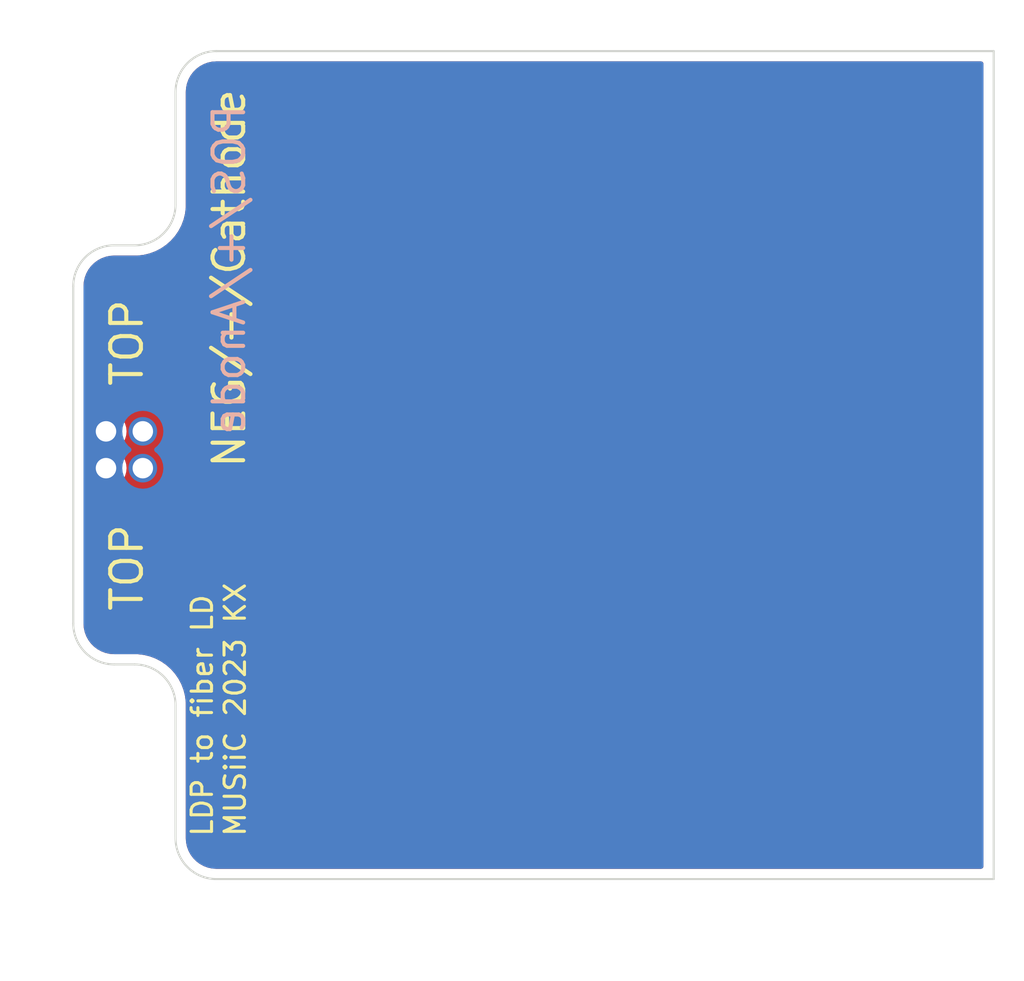
<source format=kicad_pcb>
(kicad_pcb (version 20221018) (generator pcbnew)
  (layers (0 "F.Cu" signal) (31 "B.Cu" signal) (34 "B.Paste" user) (35 "F.Paste" user) (36 "B.SilkS" user "B.Silkscreen") (37 "F.SilkS" user "F.Silkscreen") (38 "B.Mask" user) (39 "F.Mask" user) (44 "Edge.Cuts" user))
  (net 0 "")
  (net 1 "/+")
  (net 2 "/-")
  (footprint "1_laser:ldp" (layer "F.Cu") (at 114 88)
    (fp_text reference "J1" hide)
    (fp_text value "~")
    (pad "+" thru_hole circle (at -0.9 -0.9) (size 1.4 1.4) (drill 1) (layers "*.Cu" "*.Mask") (net 1 "/+"))
    (pad "+" thru_hole circle (at -0.9 0.9) (size 1.4 1.4) (drill 1) (layers "*.Cu" "*.Mask") (net 1 "/+"))
    (pad "-" thru_hole circle (at 0.9 -0.9) (size 1.4 1.4) (drill 1) (layers "*.Cu" "*.Mask") (net 2 "/-"))
    (pad "-" thru_hole circle (at 0.9 0.9) (size 1.4 1.4) (drill 1) (layers "*.Cu" "*.Mask") (net 2 "/-"))
  )
  (gr_line (start 114.5 78) (end 113.5 78) (stroke (width 0.1)) (layer "Edge.Cuts"))
  (gr_arc (start 114.5 98.5) (mid 115.914214 99.085786) (end 116.5 100.5) (stroke (width 0.1)) (layer "Edge.Cuts"))
  (gr_arc (start 111.5 80) (mid 112.085786 78.585786) (end 113.5 78) (stroke (width 0.1)) (layer "Edge.Cuts"))
  (gr_line (start 116.5 100.5) (end 116.5 107) (stroke (width 0.1)) (layer "Edge.Cuts"))
  (gr_arc (start 116.5 70.5) (mid 117.085786 69.085786) (end 118.5 68.5) (stroke (width 0.1)) (layer "Edge.Cuts"))
  (gr_line (start 156.5 68.5) (end 118.5 68.5) (stroke (width 0.1)) (layer "Edge.Cuts"))
  (gr_arc (start 116.5 76) (mid 115.914214 77.414214) (end 114.5 78) (stroke (width 0.1)) (layer "Edge.Cuts"))
  (gr_line (start 156.5 109) (end 156.5 68.5) (stroke (width 0.1)) (layer "Edge.Cuts"))
  (gr_line (start 111.5 80) (end 111.5 96.5) (stroke (width 0.1)) (layer "Edge.Cuts"))
  (gr_line (start 118.5 109) (end 156.5 109) (stroke (width 0.1)) (layer "Edge.Cuts"))
  (gr_arc (start 113.5 98.5) (mid 112.085786 97.914214) (end 111.5 96.5) (stroke (width 0.1)) (layer "Edge.Cuts"))
  (gr_line (start 116.5 70.5) (end 116.5 76) (stroke (width 0.1)) (layer "Edge.Cuts"))
  (gr_arc (start 118.5 109) (mid 117.085786 108.414214) (end 116.5 107) (stroke (width 0.1)) (layer "Edge.Cuts"))
  (gr_line (start 113.5 98.5) (end 114.5 98.5) (stroke (width 0.1)) (layer "Edge.Cuts"))
  (gr_text "POS/+/Anode" (at 120 71 90) (layer "B.SilkS") (effects (font (size 1.5 1.5) (thickness 0.2)) (justify left bottom mirror)))
  (gr_text "NEG/-/Cathode" (at 120 89 90) (layer "F.SilkS") (effects (font (size 1.5 1.5) (thickness 0.2)) (justify left bottom)))
  (gr_text "TOP" (at 115 96 90) (layer "F.SilkS") (effects (font (size 1.5 1.5) (thickness 0.2)) (justify left bottom)))
  (gr_text "TOP" (at 115 85 90) (layer "F.SilkS") (effects (font (size 1.5 1.5) (thickness 0.2)) (justify left bottom)))
  (gr_text "LDP to fiber LD\nMUSiiC 2023 KX" (at 120 107 90) (layer "F.SilkS") (effects (font (size 1 1)) (justify left bottom)))
  (zone (net 2) (net_name "/-") (layer "F.Cu") (priority 1) (connect_pads yes (clearance 0.3)) (min_thickness 0.25) (fill yes (thermal_gap 0.5) (thermal_bridge_width 0.5))
    (polygon (pts (xy 111 66) (xy 158 66) (xy 158 114) (xy 111 114)))
  )
  (zone (net 1) (net_name "/+") (layer "B.Cu") (connect_pads yes (clearance 0.3)) (min_thickness 0.25) (fill yes (thermal_gap 0.5) (thermal_bridge_width 0.5))
    (polygon (pts (xy 111 66) (xy 158 66) (xy 158 114) (xy 111 114)))
  )
)
</source>
